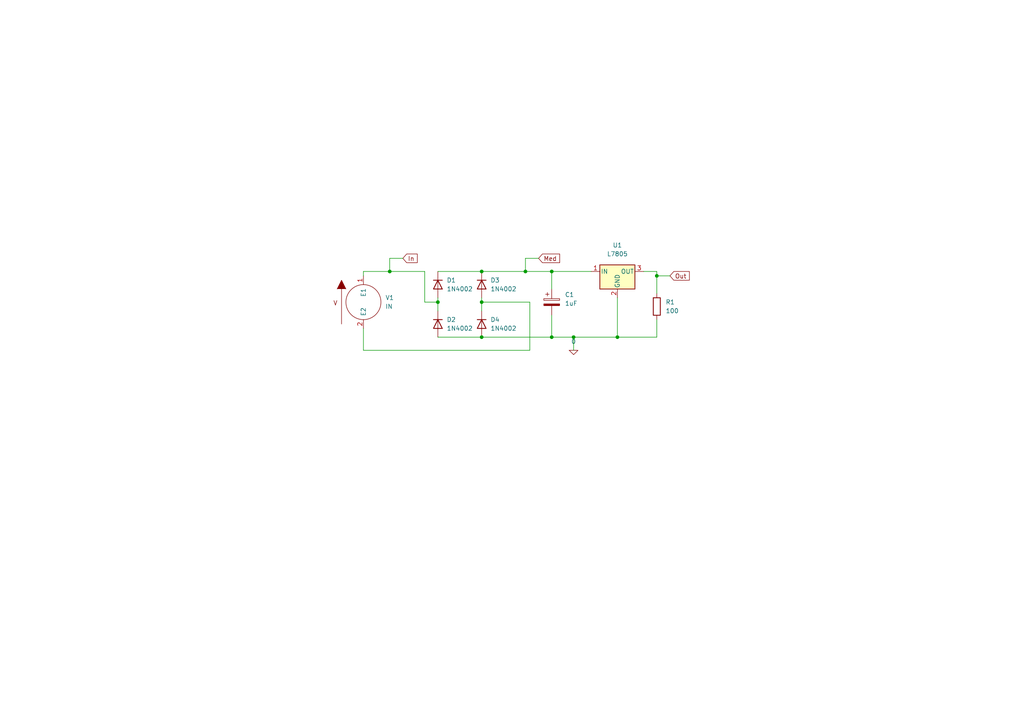
<source format=kicad_sch>
(kicad_sch (version 20211123) (generator eeschema)
  (paper "A4")
  (title_block (title "Bicycle rim power supply") (date "2022-07-19") (comment 1 "Version with regulator"))
  (lib_symbols
    (symbol "Device:C_Polarized" (pin_numbers hide) (pin_names (offset 0.254))
      (property "Reference" "C" (at 0.635 2.54 0))
      (property "Value" "C_Polarized" (at 0.635 -2.54 0))
      (symbol "C_Polarized_0_1"
        (rectangle (start -2.286 0.508) (end 2.286 1.016))
        (polyline (pts (xy -1.778 2.286) (xy -0.762 2.286)))
        (polyline (pts (xy -1.27 2.794) (xy -1.27 1.778)))
        (rectangle (start 2.286 -0.508) (end -2.286 -1.016) (fill (type outline)))
      )
      (symbol "C_Polarized_1_1"
        (pin passive line (at 0 3.81 270) (length 2.794) (name "~") (number "1"))
        (pin passive line (at 0 -3.81 90) (length 2.794) (name "~") (number "2"))
      )
    )
    (symbol "Device:R" (pin_numbers hide) (pin_names (offset 0))
      (property "Reference" "R" (at 2.032 0 90))
      (property "Value" "R" (at 0 0 90))
      (symbol "R_0_1"
        (rectangle (start -1.016 -2.54) (end 1.016 2.54) (stroke (width 0.254)))
      )
      (symbol "R_1_1"
        (pin passive line (at 0 3.81 270) (length 1.27) (name "~") (number "1"))
        (pin passive line (at 0 -3.81 90) (length 1.27) (name "~") (number "2"))
      )
    )
    (symbol "Diode:1N4002" (pin_numbers hide) (pin_names (offset 1.016) hide)
      (property "Reference" "D" (at 0 2.54 0))
      (property "Value" "1N4002" (at 0 -2.54 0))
      (symbol "1N4002_0_1"
        (polyline (pts (xy -1.27 1.27) (xy -1.27 -1.27)) (stroke (width 0.254)))
        (polyline (pts (xy 1.27 0) (xy -1.27 0)))
        (polyline (pts (xy 1.27 1.27) (xy 1.27 -1.27) (xy -1.27 0) (xy 1.27 1.27)) (stroke (width 0.254)))
      )
      (symbol "1N4002_1_1"
        (pin passive line (at -3.81 0 0) (length 2.54) (name "K") (number "1"))
        (pin passive line (at 3.81 0 180) (length 2.54) (name "A") (number "2"))
      )
    )
    (symbol "Regulator_Linear:L7805" (pin_names (offset 0.254))
      (property "Reference" "U" (at -3.81 3.175 0))
      (property "Value" "L7805" (at 0 3.175 0))
      (symbol "L7805_0_1"
        (rectangle (start -5.08 1.905) (end 5.08 -5.08) (stroke (width 0.254)) (fill (type background)))
      )
      (symbol "L7805_1_1"
        (pin power_in line (at -7.62 0 0) (length 2.54) (name "IN") (number "1"))
        (pin power_in line (at 0 -7.62 90) (length 2.54) (name "GND") (number "2"))
        (pin power_out line (at 7.62 0 180) (length 2.54) (name "OUT") (number "3"))
      )
    )
    (symbol "pspice:0" (power) (pin_names (offset 0))
      (property "Value" "0" (at 0 -1.778 0))
      (symbol "0_0_1"
        (polyline (pts (xy -1.27 0) (xy 0 -1.27) (xy 1.27 0) (xy -1.27 0)))
      )
      (symbol "0_1_1"
        (pin power_in line (at 0 0 0) (length 0) hide (name "0") (number "1"))
      )
    )
    (symbol "pspice:VSOURCE" (pin_names (offset 1.016))
      (property "Reference" "V" (at -6.35 7.62 0))
      (property "Value" "VSOURCE" (at 0 0 0))
      (symbol "VSOURCE_0_1"
        (polyline (pts (xy -6.35 -6.35) (xy -6.35 3.81)) (fill (type outline)))
        (polyline (pts (xy -7.62 3.81) (xy -6.35 6.35) (xy -5.08 3.81)) (fill (type outline)))
        (circle (center 0 0) (radius 5.08))
        (text "V" (at -8.128 -0.254 0) (effects (font (size 1.27 1.27))))
      )
      (symbol "VSOURCE_1_1"
        (pin input line (at 0 7.62 270) (length 2.54) (name "E1") (number "1"))
        (pin input line (at 0 -7.62 90) (length 2.54) (name "E2") (number "2"))
      )
    )
  )
  (junction (at 190.5 80.01))
  (junction (at 160.02 78.74))
  (junction (at 139.7 97.79))
  (junction (at 160.02 97.79))
  (junction (at 179.07 97.79))
  (junction (at 139.7 78.74))
  (junction (at 113.03 78.74))
  (junction (at 166.37 97.79))
  (junction (at 152.4 78.74))
  (junction (at 127 87.63))
  (junction (at 139.7 87.63))
  (wire (pts (xy 127 78.74) (xy 139.7 78.74)))
  (wire (pts (xy 160.02 91.44) (xy 160.02 97.79)))
  (wire (pts (xy 116.84 74.93) (xy 113.03 74.93)))
  (wire (pts (xy 160.02 97.79) (xy 166.37 97.79)))
  (wire (pts (xy 105.41 101.6) (xy 153.67 101.6)))
  (wire (pts (xy 139.7 97.79) (xy 160.02 97.79)))
  (wire (pts (xy 113.03 74.93) (xy 113.03 78.74)))
  (wire (pts (xy 190.5 80.01) (xy 190.5 85.09)))
  (wire (pts (xy 152.4 78.74) (xy 160.02 78.74)))
  (wire (pts (xy 139.7 87.63) (xy 153.67 87.63)))
  (wire (pts (xy 160.02 78.74) (xy 171.45 78.74)))
  (wire (pts (xy 160.02 83.82) (xy 160.02 78.74)))
  (wire (pts (xy 153.67 87.63) (xy 153.67 101.6)))
  (wire (pts (xy 190.5 78.74) (xy 190.5 80.01)))
  (wire (pts (xy 190.5 80.01) (xy 194.31 80.01)))
  (wire (pts (xy 190.5 92.71) (xy 190.5 97.79)))
  (wire (pts (xy 156.21 74.93) (xy 152.4 74.93)))
  (wire (pts (xy 127 97.79) (xy 139.7 97.79)))
  (wire (pts (xy 127 87.63) (xy 127 90.17)))
  (wire (pts (xy 127 87.63) (xy 123.19 87.63)))
  (wire (pts (xy 123.19 78.74) (xy 113.03 78.74)))
  (wire (pts (xy 152.4 74.93) (xy 152.4 78.74)))
  (wire (pts (xy 113.03 78.74) (xy 105.41 78.74)))
  (wire (pts (xy 179.07 97.79) (xy 190.5 97.79)))
  (wire (pts (xy 166.37 97.79) (xy 179.07 97.79)))
  (wire (pts (xy 139.7 87.63) (xy 139.7 90.17)))
  (wire (pts (xy 123.19 78.74) (xy 123.19 87.63)))
  (wire (pts (xy 186.69 78.74) (xy 190.5 78.74)))
  (wire (pts (xy 127 86.36) (xy 127 87.63)))
  (wire (pts (xy 105.41 101.6) (xy 105.41 95.25)))
  (wire (pts (xy 105.41 78.74) (xy 105.41 80.01)))
  (wire (pts (xy 139.7 86.36) (xy 139.7 87.63)))
  (wire (pts (xy 166.37 97.79) (xy 166.37 101.6)))
  (wire (pts (xy 179.07 86.36) (xy 179.07 97.79)))
  (wire (pts (xy 139.7 78.74) (xy 152.4 78.74)))
  (global_label "In" (shape input) (at 116.84 74.93 0) (property "Intersheet References" "${INTERSHEET_REFS}" (effects hide)))
  (global_label "Med" (shape input) (at 156.21 74.93 0) (property "Intersheet References" "${INTERSHEET_REFS}" (effects hide)))
  (global_label "Out" (shape input) (at 194.31 80.01 0) (property "Intersheet References" "${INTERSHEET_REFS}" (effects hide)))
  (symbol (lib_id "Diode:1N4002") (at 139.7 93.98 270) (unit 1)
    (property "Reference" "D4" (at 142.24 92.7099 90) (effects (justify left)))
    (property "Value" "1N4002" (at 142.24 95.2499 90) (effects (justify left)))
    (property "Footprint" "Diode_THT:D_DO-41_SOD81_P10.16mm_Horizontal" (effects hide))
    (property "Datasheet" "http://www.vishay.com/docs/88503/1n4001.pdf" (effects hide))
    (property "Spice_Primitive" "D" (effects hide))
    (property "Spice_Model" "D1n4002rl" (effects hide))
    (property "Spice_Netlist_Enabled" "Y" (effects hide))
    (property "Spice_Lib_File" "1N4002RL.LIB" (effects hide))
    (property "Spice_Node_Sequence" "2 1" (effects hide))
  )
  (symbol (lib_id "Diode:1N4002") (at 127 82.55 270) (unit 1)
    (property "Reference" "D1" (at 129.54 81.2799 90) (effects (justify left)))
    (property "Value" "1N4002" (at 129.54 83.8199 90) (effects (justify left)))
    (property "Footprint" "Diode_THT:D_DO-41_SOD81_P10.16mm_Horizontal" (effects hide))
    (property "Datasheet" "http://www.vishay.com/docs/88503/1n4001.pdf" (effects hide))
    (property "Spice_Primitive" "D" (effects hide))
    (property "Spice_Model" "D1n4002rl" (effects hide))
    (property "Spice_Netlist_Enabled" "Y" (effects hide))
    (property "Spice_Lib_File" "1N4002RL.LIB" (effects hide))
    (property "Spice_Node_Sequence" "2 1" (effects hide))
  )
  (symbol (lib_id "Diode:1N4002") (at 139.7 82.55 270) (unit 1)
    (property "Reference" "D3" (at 142.24 81.2799 90) (effects (justify left)))
    (property "Value" "1N4002" (at 142.24 83.8199 90) (effects (justify left)))
    (property "Footprint" "Diode_THT:D_DO-41_SOD81_P10.16mm_Horizontal" (effects hide))
    (property "Datasheet" "http://www.vishay.com/docs/88503/1n4001.pdf" (effects hide))
    (property "Spice_Primitive" "D" (effects hide))
    (property "Spice_Model" "D1n4002rl" (effects hide))
    (property "Spice_Netlist_Enabled" "Y" (effects hide))
    (property "Spice_Lib_File" "1N4002RL.LIB" (effects hide))
    (property "Spice_Node_Sequence" "2 1" (effects hide))
  )
  (symbol (lib_id "Device:C_Polarized") (at 160.02 87.63 0) (unit 1)
    (property "Reference" "C1" (at 163.83 85.4709 0) (effects (justify left)))
    (property "Value" "1uF" (at 163.83 88.0109 0) (effects (justify left)))
    (property "Footprint" "Capacitor_THT:CP_Axial_L10.0mm_D4.5mm_P15.00mm_Horizontal" (effects hide))
    (property "Spice_Primitive" "C" (effects hide))
    (property "Spice_Model" "1.18041m" (effects hide))
    (property "Spice_Netlist_Enabled" "Y" (effects hide))
  )
  (symbol (lib_id "Device:R") (at 190.5 88.9 0) (unit 1)
    (property "Reference" "R1" (at 193.04 87.6299 0) (effects (justify left)))
    (property "Value" "100" (at 193.04 90.1699 0) (effects (justify left)))
    (property "Footprint" "TestPoint:TestPoint_2Pads_Pitch5.08mm_Drill1.3mm" (effects hide))
  )
  (symbol (lib_id "Regulator_Linear:L7805") (at 179.07 78.74 0) (unit 1)
    (property "Reference" "U1" (at 179.07 71.12 0))
    (property "Value" "L7805" (at 179.07 73.66 0))
    (property "Footprint" "Package_TO_SOT_SMD:SOT-223" (effects hide))
    (property "Datasheet" "http://www.st.com/content/ccc/resource/technical/document/datasheet/41/4f/b3/b0/12/d4/47/88/CD00000444.pdf/files/CD00000444.pdf/jcr:content/translations/en.CD00000444.pdf" (effects hide))
    (property "Spice_Primitive" "X" (effects hide))
    (property "Spice_Model" "LM7805" (effects hide))
    (property "Spice_Netlist_Enabled" "Y" (effects hide))
    (property "Spice_Lib_File" "7805.lib" (effects hide))
  )
  (symbol (lib_id "pspice:0") (at 166.37 101.6 0) (unit 1)
    (property "Reference" "#GND01" (effects hide))
    (property "Value" "0" (at 166.37 99.06 0))
  )
  (symbol (lib_id "Diode:1N4002") (at 127 93.98 270) (unit 1)
    (property "Reference" "D2" (at 129.54 92.7099 90) (effects (justify left)))
    (property "Value" "1N4002" (at 129.54 95.2499 90) (effects (justify left)))
    (property "Footprint" "Diode_THT:D_DO-41_SOD81_P10.16mm_Horizontal" (effects hide))
    (property "Datasheet" "http://www.vishay.com/docs/88503/1n4001.pdf" (effects hide))
    (property "Spice_Primitive" "D" (effects hide))
    (property "Spice_Model" "D1n4002rl" (effects hide))
    (property "Spice_Netlist_Enabled" "Y" (effects hide))
    (property "Spice_Lib_File" "1N4002RL.LIB" (effects hide))
    (property "Spice_Node_Sequence" "2 1" (effects hide))
  )
  (symbol (lib_id "pspice:VSOURCE") (at 105.41 87.63 0) (unit 1)
    (property "Reference" "V1" (at 111.76 86.3599 0) (effects (justify left)))
    (property "Value" "IN" (at 111.76 88.8999 0) (effects (justify left)))
    (property "Footprint" "TestPoint:TestPoint_2Pads_Pitch5.08mm_Drill1.3mm" (effects hide))
    (property "Spice_Primitive" "V" (effects hide))
    (property "Spice_Model" "dc 0 ac 40 sin(0 40 15)" (effects hide))
    (property "Spice_Netlist_Enabled" "Y" (effects hide))
  )
)
</source>
